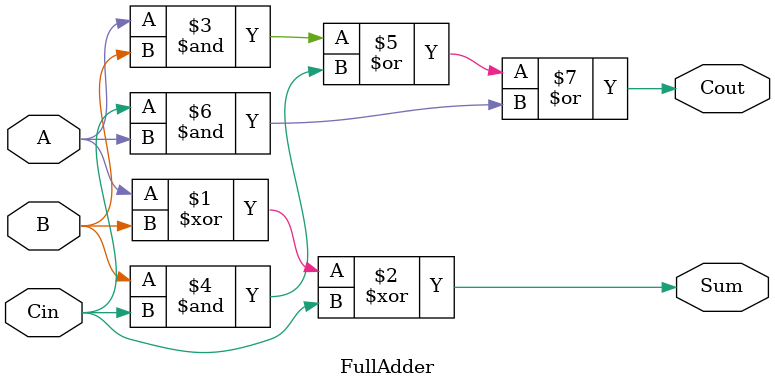
<source format=v>
module FullAdder (
    input  A, B, Cin,
    output Sum, Cout
);
    assign Sum = A ^ B ^ Cin;
    assign Cout = (A & B) | (B & Cin) | (Cin & A);
endmodule

</source>
